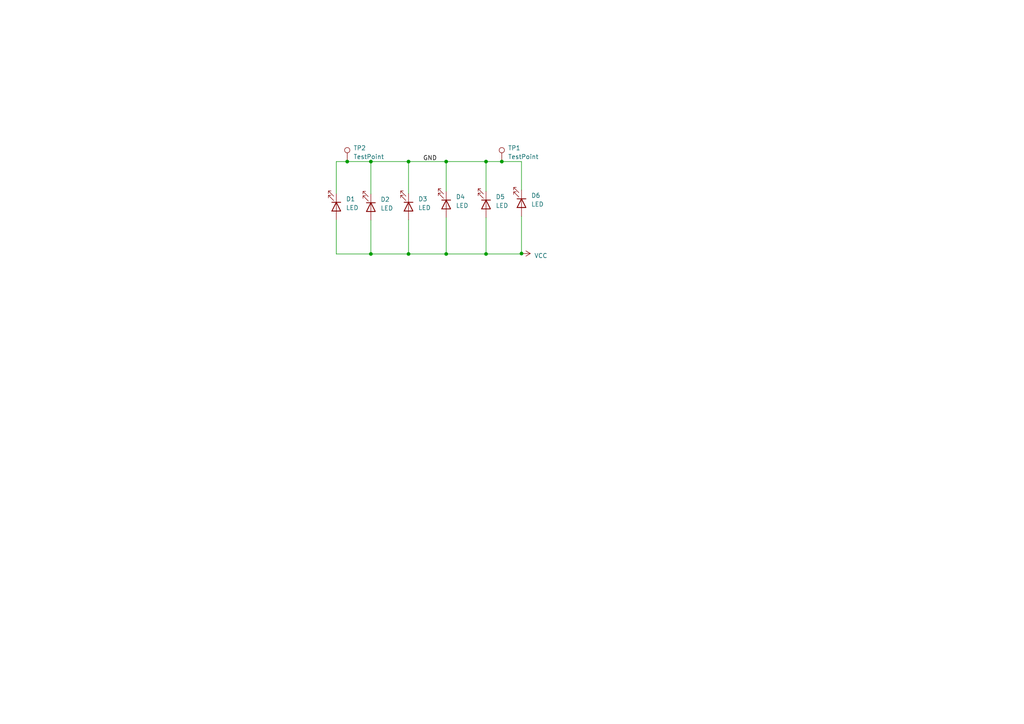
<source format=kicad_sch>
(kicad_sch (version 20230121) (generator eeschema)
  (paper "A4")
  (lib_symbols
    (symbol "Connector:TestPoint" (pin_numbers hide) (pin_names (offset 0.762) hide)
      (property "Reference" "TP" (at 0 6.858 0))
      (property "Value" "TestPoint" (at 0 5.08 0))
      (symbol "TestPoint_0_1"
        (circle (center 0 3.302) (radius 0.762))
      )
      (symbol "TestPoint_1_1"
        (pin passive line (at 0 0 90) (length 2.54) (name "1") (number "1"))
      )
    )
    (symbol "Device:LED" (pin_numbers hide) (pin_names (offset 1.016) hide)
      (property "Reference" "D" (at 0 2.54 0))
      (property "Value" "LED" (at 0 -2.54 0))
      (symbol "LED_0_1"
        (polyline (pts (xy -1.27 -1.27) (xy -1.27 1.27)) (stroke (width 0.254)))
        (polyline (pts (xy -1.27 0) (xy 1.27 0)))
        (polyline (pts (xy 1.27 -1.27) (xy 1.27 1.27) (xy -1.27 0) (xy 1.27 -1.27)) (stroke (width 0.254)))
        (polyline (pts (xy -3.048 -0.762) (xy -4.572 -2.286) (xy -3.81 -2.286) (xy -4.572 -2.286) (xy -4.572 -1.524)))
        (polyline (pts (xy -1.778 -0.762) (xy -3.302 -2.286) (xy -2.54 -2.286) (xy -3.302 -2.286) (xy -3.302 -1.524)))
      )
      (symbol "LED_1_1"
        (pin passive line (at -3.81 0 0) (length 2.54) (name "K") (number "1"))
        (pin passive line (at 3.81 0 180) (length 2.54) (name "A") (number "2"))
      )
    )
    (symbol "power:VCC" (power) (pin_names (offset 0))
      (property "Value" "VCC" (at 0 3.81 0))
      (symbol "VCC_0_1"
        (polyline (pts (xy -0.762 1.27) (xy 0 2.54)))
        (polyline (pts (xy 0 0) (xy 0 2.54)))
        (polyline (pts (xy 0 2.54) (xy 0.762 1.27)))
      )
      (symbol "VCC_1_1"
        (pin power_in line (at 0 0 90) (length 0) hide (name "VCC") (number "1"))
      )
    )
  )
  (junction (at 118.491 73.66))
  (junction (at 129.413 73.66))
  (junction (at 107.569 46.863))
  (junction (at 151.257 73.533))
  (junction (at 145.542 46.863))
  (junction (at 140.97 73.66))
  (junction (at 100.711 46.863))
  (junction (at 140.97 46.863))
  (junction (at 129.413 46.863))
  (junction (at 118.491 46.863))
  (junction (at 107.569 73.66))
  (wire (pts (xy 129.413 63.119) (xy 129.413 73.66)))
  (wire (pts (xy 107.569 63.881) (xy 107.569 73.66)))
  (wire (pts (xy 97.536 73.66) (xy 107.569 73.66)))
  (wire (pts (xy 151.257 46.863) (xy 151.257 55.118)))
  (wire (pts (xy 151.257 73.533) (xy 151.257 62.738)))
  (wire (pts (xy 129.413 46.863) (xy 140.97 46.863)))
  (wire (pts (xy 140.97 73.66) (xy 151.257 73.66)))
  (wire (pts (xy 140.97 46.863) (xy 140.97 55.499)))
  (wire (pts (xy 118.491 46.863) (xy 118.491 56.134)))
  (wire (pts (xy 129.413 46.863) (xy 129.413 55.499)))
  (wire (pts (xy 129.413 73.66) (xy 140.97 73.66)))
  (wire (pts (xy 118.491 63.754) (xy 118.491 73.66)))
  (wire (pts (xy 107.569 73.66) (xy 118.491 73.66)))
  (wire (pts (xy 140.97 63.119) (xy 140.97 73.66)))
  (wire (pts (xy 145.542 46.863) (xy 151.257 46.863)))
  (wire (pts (xy 151.257 73.66) (xy 151.257 73.533)))
  (wire (pts (xy 107.569 46.863) (xy 107.569 56.261)))
  (wire (pts (xy 97.536 63.754) (xy 97.536 73.66)))
  (wire (pts (xy 100.711 46.863) (xy 107.569 46.863)))
  (wire (pts (xy 118.491 73.66) (xy 129.413 73.66)))
  (wire (pts (xy 97.536 46.863) (xy 100.711 46.863)))
  (wire (pts (xy 107.569 46.863) (xy 118.491 46.863)))
  (wire (pts (xy 140.97 46.863) (xy 145.542 46.863)))
  (wire (pts (xy 97.536 56.134) (xy 97.536 46.863)))
  (wire (pts (xy 118.491 46.863) (xy 129.413 46.863)))
  (label "GND" (at 122.682 46.863 0))
  (symbol (lib_id "Connector:TestPoint") (at 145.542 46.863 0) (unit 1)
    (property "Reference" "TP1" (at 147.32 42.926 0) (effects (justify left)))
    (property "Value" "TestPoint" (at 147.32 45.466 0) (effects (justify left)))
    (property "Footprint" "TestPoint:TestPoint_Pad_1.5x1.5mm" (effects hide))
  )
  (symbol (lib_id "Device:LED") (at 107.569 60.071 270) (unit 1)
    (property "Reference" "D2" (at 110.363 57.8485 90) (effects (justify left)))
    (property "Value" "LED" (at 110.363 60.3885 90) (effects (justify left)))
    (property "Footprint" "LED_SMD:LED_1206_3216Metric" (effects hide))
  )
  (symbol (lib_id "power:VCC") (at 151.257 73.533 270) (unit 1)
    (property "Reference" "#PWR01" (effects hide))
    (property "Value" "VCC" (at 154.94 74.168 90) (effects (justify left)))
  )
  (symbol (lib_id "Device:LED") (at 129.413 59.309 270) (unit 1)
    (property "Reference" "D4" (at 132.207 57.0865 90) (effects (justify left)))
    (property "Value" "LED" (at 132.207 59.6265 90) (effects (justify left)))
    (property "Footprint" "LED_SMD:LED_1206_3216Metric" (effects hide))
  )
  (symbol (lib_id "Device:LED") (at 97.536 59.944 270) (unit 1)
    (property "Reference" "D1" (at 100.33 57.7215 90) (effects (justify left)))
    (property "Value" "LED" (at 100.33 60.2615 90) (effects (justify left)))
    (property "Footprint" "LED_SMD:LED_1206_3216Metric" (effects hide))
  )
  (symbol (lib_id "Connector:TestPoint") (at 100.711 46.863 0) (unit 1)
    (property "Reference" "TP2" (at 102.489 42.926 0) (effects (justify left)))
    (property "Value" "TestPoint" (at 102.489 45.466 0) (effects (justify left)))
    (property "Footprint" "TestPoint:TestPoint_Pad_1.5x1.5mm" (effects hide))
  )
  (symbol (lib_id "Device:LED") (at 118.491 59.944 270) (unit 1)
    (property "Reference" "D3" (at 121.285 57.7215 90) (effects (justify left)))
    (property "Value" "LED" (at 121.285 60.2615 90) (effects (justify left)))
    (property "Footprint" "LED_SMD:LED_1206_3216Metric" (effects hide))
  )
  (symbol (lib_id "Device:LED") (at 151.257 58.928 270) (unit 1)
    (property "Reference" "D6" (at 154.051 56.7055 90) (effects (justify left)))
    (property "Value" "LED" (at 154.051 59.2455 90) (effects (justify left)))
    (property "Footprint" "LED_SMD:LED_1206_3216Metric" (effects hide))
  )
  (symbol (lib_id "Device:LED") (at 140.97 59.309 270) (unit 1)
    (property "Reference" "D5" (at 143.764 57.0865 90) (effects (justify left)))
    (property "Value" "LED" (at 143.764 59.6265 90) (effects (justify left)))
    (property "Footprint" "LED_SMD:LED_1206_3216Metric" (effects hide))
  )
)
</source>
